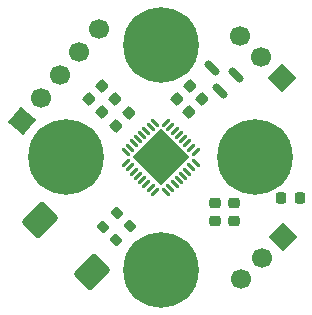
<source format=gbr>
%TF.GenerationSoftware,KiCad,Pcbnew,9.0.5*%
%TF.CreationDate,2025-12-02T23:56:59+01:00*%
%TF.ProjectId,D1,44312e6b-6963-4616-945f-706362585858,rev?*%
%TF.SameCoordinates,Original*%
%TF.FileFunction,Soldermask,Bot*%
%TF.FilePolarity,Negative*%
%FSLAX46Y46*%
G04 Gerber Fmt 4.6, Leading zero omitted, Abs format (unit mm)*
G04 Created by KiCad (PCBNEW 9.0.5) date 2025-12-02 23:56:59*
%MOMM*%
%LPD*%
G01*
G04 APERTURE LIST*
G04 Aperture macros list*
%AMRoundRect*
0 Rectangle with rounded corners*
0 $1 Rounding radius*
0 $2 $3 $4 $5 $6 $7 $8 $9 X,Y pos of 4 corners*
0 Add a 4 corners polygon primitive as box body*
4,1,4,$2,$3,$4,$5,$6,$7,$8,$9,$2,$3,0*
0 Add four circle primitives for the rounded corners*
1,1,$1+$1,$2,$3*
1,1,$1+$1,$4,$5*
1,1,$1+$1,$6,$7*
1,1,$1+$1,$8,$9*
0 Add four rect primitives between the rounded corners*
20,1,$1+$1,$2,$3,$4,$5,0*
20,1,$1+$1,$4,$5,$6,$7,0*
20,1,$1+$1,$6,$7,$8,$9,0*
20,1,$1+$1,$8,$9,$2,$3,0*%
%AMHorizOval*
0 Thick line with rounded ends*
0 $1 width*
0 $2 $3 position (X,Y) of the first rounded end (center of the circle)*
0 $4 $5 position (X,Y) of the second rounded end (center of the circle)*
0 Add line between two ends*
20,1,$1,$2,$3,$4,$5,0*
0 Add two circle primitives to create the rounded ends*
1,1,$1,$2,$3*
1,1,$1,$4,$5*%
%AMRotRect*
0 Rectangle, with rotation*
0 The origin of the aperture is its center*
0 $1 length*
0 $2 width*
0 $3 Rotation angle, in degrees counterclockwise*
0 Add horizontal line*
21,1,$1,$2,0,0,$3*%
G04 Aperture macros list end*
%ADD10C,6.400000*%
%ADD11RoundRect,0.225000X0.017678X-0.335876X0.335876X-0.017678X-0.017678X0.335876X-0.335876X0.017678X0*%
%ADD12RoundRect,0.225000X0.250000X-0.225000X0.250000X0.225000X-0.250000X0.225000X-0.250000X-0.225000X0*%
%ADD13RoundRect,0.150000X0.521491X-0.309359X-0.309359X0.521491X-0.521491X0.309359X0.309359X-0.521491X0*%
%ADD14RoundRect,0.225000X0.335876X0.017678X0.017678X0.335876X-0.335876X-0.017678X-0.017678X-0.335876X0*%
%ADD15RoundRect,0.062500X0.220971X0.309359X-0.309359X-0.220971X-0.220971X-0.309359X0.309359X0.220971X0*%
%ADD16RoundRect,0.062500X-0.220971X0.309359X-0.309359X0.220971X0.220971X-0.309359X0.309359X-0.220971X0*%
%ADD17RotRect,3.450000X3.450000X225.000000*%
%ADD18RotRect,1.700000X1.700000X320.000000*%
%ADD19HorizOval,1.700000X0.000000X0.000000X0.000000X0.000000X0*%
%ADD20RoundRect,0.250000X1.281631X0.167938X0.167938X1.281631X-1.281631X-0.167938X-0.167938X-1.281631X0*%
%ADD21RoundRect,0.200000X0.053033X-0.335876X0.335876X-0.053033X-0.053033X0.335876X-0.335876X0.053033X0*%
%ADD22RotRect,1.700000X1.700000X135.000000*%
%ADD23HorizOval,1.700000X0.000000X0.000000X0.000000X0.000000X0*%
%ADD24RoundRect,0.225000X0.225000X0.250000X-0.225000X0.250000X-0.225000X-0.250000X0.225000X-0.250000X0*%
%ADD25RotRect,1.700000X1.700000X45.000000*%
%ADD26HorizOval,1.700000X0.000000X0.000000X0.000000X0.000000X0*%
G04 APERTURE END LIST*
D10*
%TO.C,H1*%
X82000000Y-70000000D03*
%TD*%
%TO.C,H2*%
X98000000Y-70000000D03*
%TD*%
%TO.C,H4*%
X90000000Y-79500000D03*
%TD*%
%TO.C,H3*%
X90000000Y-60500000D03*
%TD*%
D11*
%TO.C,L1*%
X86251992Y-67348008D03*
X87348008Y-66251992D03*
%TD*%
D12*
%TO.C,C6*%
X94600000Y-75375000D03*
X94600000Y-73825000D03*
%TD*%
D13*
%TO.C,U1*%
X96384664Y-63041161D03*
X95041161Y-64384664D03*
X94387087Y-62387087D03*
%TD*%
D12*
%TO.C,C2*%
X96200000Y-75375000D03*
X96200000Y-73825000D03*
%TD*%
D14*
%TO.C,C7*%
X85048008Y-66148008D03*
X83951992Y-65051992D03*
%TD*%
D15*
%TO.C,U4*%
X90486136Y-67038990D03*
X90839689Y-67392544D03*
X91193243Y-67746097D03*
X91546796Y-68099651D03*
X91900349Y-68453204D03*
X92253903Y-68806757D03*
X92607456Y-69160311D03*
X92961010Y-69513864D03*
D16*
X92961010Y-70486136D03*
X92607456Y-70839689D03*
X92253903Y-71193243D03*
X91900349Y-71546796D03*
X91546796Y-71900349D03*
X91193243Y-72253903D03*
X90839689Y-72607456D03*
X90486136Y-72961010D03*
D15*
X89513864Y-72961010D03*
X89160311Y-72607456D03*
X88806757Y-72253903D03*
X88453204Y-71900349D03*
X88099651Y-71546796D03*
X87746097Y-71193243D03*
X87392544Y-70839689D03*
X87038990Y-70486136D03*
D16*
X87038990Y-69513864D03*
X87392544Y-69160311D03*
X87746097Y-68806757D03*
X88099651Y-68453204D03*
X88453204Y-68099651D03*
X88806757Y-67746097D03*
X89160311Y-67392544D03*
X89513864Y-67038990D03*
D17*
X90000000Y-70000000D03*
%TD*%
D14*
%TO.C,C8*%
X86148008Y-65048008D03*
X85051992Y-63951992D03*
%TD*%
D18*
%TO.C,J2*%
X78237853Y-66883844D03*
D19*
X79870534Y-64938091D03*
X81503214Y-62992338D03*
X83135895Y-61046585D03*
X84768575Y-59100832D03*
%TD*%
D14*
%TO.C,C9*%
X92448008Y-66148008D03*
X91351992Y-65051992D03*
%TD*%
D20*
%TO.C,C4*%
X84200870Y-79700870D03*
X79799130Y-75299130D03*
%TD*%
D21*
%TO.C,R2*%
X86216637Y-76983363D03*
X87383363Y-75816637D03*
%TD*%
D22*
%TO.C,J3*%
X100396051Y-76703949D03*
D23*
X98600000Y-78500000D03*
X96803949Y-80296051D03*
%TD*%
D21*
%TO.C,R3*%
X85116637Y-75883363D03*
X86283363Y-74716637D03*
%TD*%
D24*
%TO.C,C3*%
X101775000Y-73400000D03*
X100225000Y-73400000D03*
%TD*%
D14*
%TO.C,C1*%
X93548008Y-65048008D03*
X92451992Y-63951992D03*
%TD*%
D25*
%TO.C,J1*%
X100285445Y-63285445D03*
D26*
X98489394Y-61489394D03*
X96693343Y-59693343D03*
%TD*%
M02*

</source>
